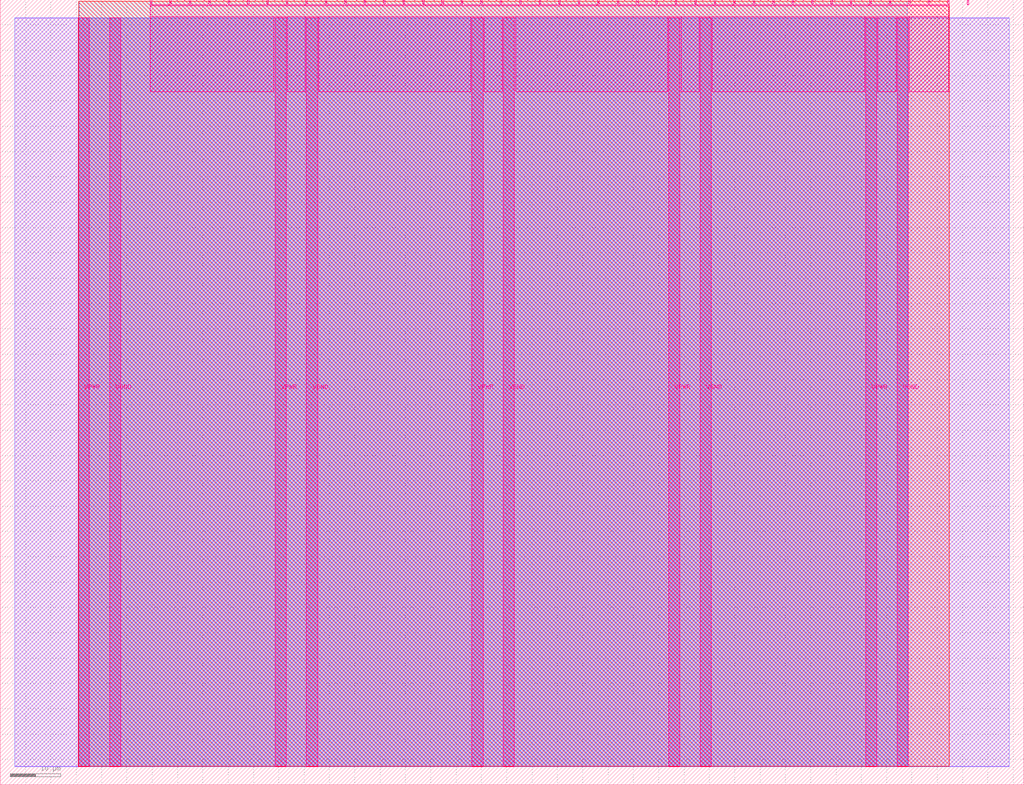
<source format=lef>
VERSION 5.7 ;
  NOWIREEXTENSIONATPIN ON ;
  DIVIDERCHAR "/" ;
  BUSBITCHARS "[]" ;
MACRO tt_um_wokwi_411783629732984833
  CLASS BLOCK ;
  FOREIGN tt_um_wokwi_411783629732984833 ;
  ORIGIN 0.000 0.000 ;
  SIZE 202.080 BY 154.980 ;
  PIN VGND
    DIRECTION INOUT ;
    USE GROUND ;
    PORT
      LAYER Metal5 ;
        RECT 21.580 3.560 23.780 151.420 ;
    END
    PORT
      LAYER Metal5 ;
        RECT 60.450 3.560 62.650 151.420 ;
    END
    PORT
      LAYER Metal5 ;
        RECT 99.320 3.560 101.520 151.420 ;
    END
    PORT
      LAYER Metal5 ;
        RECT 138.190 3.560 140.390 151.420 ;
    END
    PORT
      LAYER Metal5 ;
        RECT 177.060 3.560 179.260 151.420 ;
    END
  END VGND
  PIN VPWR
    DIRECTION INOUT ;
    USE POWER ;
    PORT
      LAYER Metal5 ;
        RECT 15.380 3.560 17.580 151.420 ;
    END
    PORT
      LAYER Metal5 ;
        RECT 54.250 3.560 56.450 151.420 ;
    END
    PORT
      LAYER Metal5 ;
        RECT 93.120 3.560 95.320 151.420 ;
    END
    PORT
      LAYER Metal5 ;
        RECT 131.990 3.560 134.190 151.420 ;
    END
    PORT
      LAYER Metal5 ;
        RECT 170.860 3.560 173.060 151.420 ;
    END
  END VPWR
  PIN clk
    DIRECTION INPUT ;
    USE SIGNAL ;
    ANTENNAGATEAREA 0.226200 ;
    PORT
      LAYER Metal5 ;
        RECT 187.050 153.980 187.350 154.980 ;
    END
  END clk
  PIN ena
    DIRECTION INPUT ;
    USE SIGNAL ;
    PORT
      LAYER Metal5 ;
        RECT 190.890 153.980 191.190 154.980 ;
    END
  END ena
  PIN rst_n
    DIRECTION INPUT ;
    USE SIGNAL ;
    PORT
      LAYER Metal5 ;
        RECT 183.210 153.980 183.510 154.980 ;
    END
  END rst_n
  PIN ui_in[0]
    DIRECTION INPUT ;
    USE SIGNAL ;
    PORT
      LAYER Metal5 ;
        RECT 179.370 153.980 179.670 154.980 ;
    END
  END ui_in[0]
  PIN ui_in[1]
    DIRECTION INPUT ;
    USE SIGNAL ;
    PORT
      LAYER Metal5 ;
        RECT 175.530 153.980 175.830 154.980 ;
    END
  END ui_in[1]
  PIN ui_in[2]
    DIRECTION INPUT ;
    USE SIGNAL ;
    PORT
      LAYER Metal5 ;
        RECT 171.690 153.980 171.990 154.980 ;
    END
  END ui_in[2]
  PIN ui_in[3]
    DIRECTION INPUT ;
    USE SIGNAL ;
    PORT
      LAYER Metal5 ;
        RECT 167.850 153.980 168.150 154.980 ;
    END
  END ui_in[3]
  PIN ui_in[4]
    DIRECTION INPUT ;
    USE SIGNAL ;
    PORT
      LAYER Metal5 ;
        RECT 164.010 153.980 164.310 154.980 ;
    END
  END ui_in[4]
  PIN ui_in[5]
    DIRECTION INPUT ;
    USE SIGNAL ;
    PORT
      LAYER Metal5 ;
        RECT 160.170 153.980 160.470 154.980 ;
    END
  END ui_in[5]
  PIN ui_in[6]
    DIRECTION INPUT ;
    USE SIGNAL ;
    PORT
      LAYER Metal5 ;
        RECT 156.330 153.980 156.630 154.980 ;
    END
  END ui_in[6]
  PIN ui_in[7]
    DIRECTION INPUT ;
    USE SIGNAL ;
    PORT
      LAYER Metal5 ;
        RECT 152.490 153.980 152.790 154.980 ;
    END
  END ui_in[7]
  PIN uio_in[0]
    DIRECTION INPUT ;
    USE SIGNAL ;
    ANTENNAGATEAREA 0.180700 ;
    PORT
      LAYER Metal5 ;
        RECT 148.650 153.980 148.950 154.980 ;
    END
  END uio_in[0]
  PIN uio_in[1]
    DIRECTION INPUT ;
    USE SIGNAL ;
    ANTENNAGATEAREA 0.180700 ;
    PORT
      LAYER Metal5 ;
        RECT 144.810 153.980 145.110 154.980 ;
    END
  END uio_in[1]
  PIN uio_in[2]
    DIRECTION INPUT ;
    USE SIGNAL ;
    ANTENNAGATEAREA 0.180700 ;
    PORT
      LAYER Metal5 ;
        RECT 140.970 153.980 141.270 154.980 ;
    END
  END uio_in[2]
  PIN uio_in[3]
    DIRECTION INPUT ;
    USE SIGNAL ;
    ANTENNAGATEAREA 0.180700 ;
    PORT
      LAYER Metal5 ;
        RECT 137.130 153.980 137.430 154.980 ;
    END
  END uio_in[3]
  PIN uio_in[4]
    DIRECTION INPUT ;
    USE SIGNAL ;
    ANTENNAGATEAREA 0.722800 ;
    PORT
      LAYER Metal5 ;
        RECT 133.290 153.980 133.590 154.980 ;
    END
  END uio_in[4]
  PIN uio_in[5]
    DIRECTION INPUT ;
    USE SIGNAL ;
    PORT
      LAYER Metal5 ;
        RECT 129.450 153.980 129.750 154.980 ;
    END
  END uio_in[5]
  PIN uio_in[6]
    DIRECTION INPUT ;
    USE SIGNAL ;
    PORT
      LAYER Metal5 ;
        RECT 125.610 153.980 125.910 154.980 ;
    END
  END uio_in[6]
  PIN uio_in[7]
    DIRECTION INPUT ;
    USE SIGNAL ;
    PORT
      LAYER Metal5 ;
        RECT 121.770 153.980 122.070 154.980 ;
    END
  END uio_in[7]
  PIN uio_oe[0]
    DIRECTION OUTPUT ;
    USE SIGNAL ;
    ANTENNADIFFAREA 0.299200 ;
    PORT
      LAYER Metal5 ;
        RECT 56.490 153.980 56.790 154.980 ;
    END
  END uio_oe[0]
  PIN uio_oe[1]
    DIRECTION OUTPUT ;
    USE SIGNAL ;
    ANTENNADIFFAREA 0.299200 ;
    PORT
      LAYER Metal5 ;
        RECT 52.650 153.980 52.950 154.980 ;
    END
  END uio_oe[1]
  PIN uio_oe[2]
    DIRECTION OUTPUT ;
    USE SIGNAL ;
    ANTENNADIFFAREA 0.299200 ;
    PORT
      LAYER Metal5 ;
        RECT 48.810 153.980 49.110 154.980 ;
    END
  END uio_oe[2]
  PIN uio_oe[3]
    DIRECTION OUTPUT ;
    USE SIGNAL ;
    ANTENNADIFFAREA 0.299200 ;
    PORT
      LAYER Metal5 ;
        RECT 44.970 153.980 45.270 154.980 ;
    END
  END uio_oe[3]
  PIN uio_oe[4]
    DIRECTION OUTPUT ;
    USE SIGNAL ;
    ANTENNADIFFAREA 0.392700 ;
    PORT
      LAYER Metal5 ;
        RECT 41.130 153.980 41.430 154.980 ;
    END
  END uio_oe[4]
  PIN uio_oe[5]
    DIRECTION OUTPUT ;
    USE SIGNAL ;
    ANTENNADIFFAREA 0.392700 ;
    PORT
      LAYER Metal5 ;
        RECT 37.290 153.980 37.590 154.980 ;
    END
  END uio_oe[5]
  PIN uio_oe[6]
    DIRECTION OUTPUT ;
    USE SIGNAL ;
    ANTENNADIFFAREA 0.392700 ;
    PORT
      LAYER Metal5 ;
        RECT 33.450 153.980 33.750 154.980 ;
    END
  END uio_oe[6]
  PIN uio_oe[7]
    DIRECTION OUTPUT ;
    USE SIGNAL ;
    ANTENNADIFFAREA 0.392700 ;
    PORT
      LAYER Metal5 ;
        RECT 29.610 153.980 29.910 154.980 ;
    END
  END uio_oe[7]
  PIN uio_out[0]
    DIRECTION OUTPUT ;
    USE SIGNAL ;
    ANTENNADIFFAREA 0.654800 ;
    PORT
      LAYER Metal5 ;
        RECT 87.210 153.980 87.510 154.980 ;
    END
  END uio_out[0]
  PIN uio_out[1]
    DIRECTION OUTPUT ;
    USE SIGNAL ;
    ANTENNADIFFAREA 0.654800 ;
    PORT
      LAYER Metal5 ;
        RECT 83.370 153.980 83.670 154.980 ;
    END
  END uio_out[1]
  PIN uio_out[2]
    DIRECTION OUTPUT ;
    USE SIGNAL ;
    ANTENNADIFFAREA 0.654800 ;
    PORT
      LAYER Metal5 ;
        RECT 79.530 153.980 79.830 154.980 ;
    END
  END uio_out[2]
  PIN uio_out[3]
    DIRECTION OUTPUT ;
    USE SIGNAL ;
    ANTENNADIFFAREA 0.654800 ;
    PORT
      LAYER Metal5 ;
        RECT 75.690 153.980 75.990 154.980 ;
    END
  END uio_out[3]
  PIN uio_out[4]
    DIRECTION OUTPUT ;
    USE SIGNAL ;
    ANTENNADIFFAREA 0.654800 ;
    PORT
      LAYER Metal5 ;
        RECT 71.850 153.980 72.150 154.980 ;
    END
  END uio_out[4]
  PIN uio_out[5]
    DIRECTION OUTPUT ;
    USE SIGNAL ;
    ANTENNADIFFAREA 0.654800 ;
    PORT
      LAYER Metal5 ;
        RECT 68.010 153.980 68.310 154.980 ;
    END
  END uio_out[5]
  PIN uio_out[6]
    DIRECTION OUTPUT ;
    USE SIGNAL ;
    ANTENNADIFFAREA 0.654800 ;
    PORT
      LAYER Metal5 ;
        RECT 64.170 153.980 64.470 154.980 ;
    END
  END uio_out[6]
  PIN uio_out[7]
    DIRECTION OUTPUT ;
    USE SIGNAL ;
    ANTENNADIFFAREA 0.654800 ;
    PORT
      LAYER Metal5 ;
        RECT 60.330 153.980 60.630 154.980 ;
    END
  END uio_out[7]
  PIN uo_out[0]
    DIRECTION OUTPUT ;
    USE SIGNAL ;
    ANTENNADIFFAREA 0.654800 ;
    PORT
      LAYER Metal5 ;
        RECT 117.930 153.980 118.230 154.980 ;
    END
  END uo_out[0]
  PIN uo_out[1]
    DIRECTION OUTPUT ;
    USE SIGNAL ;
    ANTENNADIFFAREA 0.654800 ;
    PORT
      LAYER Metal5 ;
        RECT 114.090 153.980 114.390 154.980 ;
    END
  END uo_out[1]
  PIN uo_out[2]
    DIRECTION OUTPUT ;
    USE SIGNAL ;
    ANTENNADIFFAREA 0.654800 ;
    PORT
      LAYER Metal5 ;
        RECT 110.250 153.980 110.550 154.980 ;
    END
  END uo_out[2]
  PIN uo_out[3]
    DIRECTION OUTPUT ;
    USE SIGNAL ;
    ANTENNADIFFAREA 0.654800 ;
    PORT
      LAYER Metal5 ;
        RECT 106.410 153.980 106.710 154.980 ;
    END
  END uo_out[3]
  PIN uo_out[4]
    DIRECTION OUTPUT ;
    USE SIGNAL ;
    ANTENNADIFFAREA 0.654800 ;
    PORT
      LAYER Metal5 ;
        RECT 102.570 153.980 102.870 154.980 ;
    END
  END uo_out[4]
  PIN uo_out[5]
    DIRECTION OUTPUT ;
    USE SIGNAL ;
    ANTENNADIFFAREA 0.654800 ;
    PORT
      LAYER Metal5 ;
        RECT 98.730 153.980 99.030 154.980 ;
    END
  END uo_out[5]
  PIN uo_out[6]
    DIRECTION OUTPUT ;
    USE SIGNAL ;
    ANTENNADIFFAREA 0.654800 ;
    PORT
      LAYER Metal5 ;
        RECT 94.890 153.980 95.190 154.980 ;
    END
  END uo_out[6]
  PIN uo_out[7]
    DIRECTION OUTPUT ;
    USE SIGNAL ;
    ANTENNADIFFAREA 0.654800 ;
    PORT
      LAYER Metal5 ;
        RECT 91.050 153.980 91.350 154.980 ;
    END
  END uo_out[7]
  OBS
      LAYER GatPoly ;
        RECT 2.880 3.630 199.200 151.350 ;
      LAYER Metal1 ;
        RECT 2.880 3.560 199.200 151.420 ;
      LAYER Metal2 ;
        RECT 15.515 3.680 179.125 151.300 ;
      LAYER Metal3 ;
        RECT 15.560 3.635 179.080 154.705 ;
      LAYER Metal4 ;
        RECT 15.515 3.680 187.345 154.660 ;
      LAYER Metal5 ;
        RECT 30.120 153.770 33.240 153.980 ;
        RECT 33.960 153.770 37.080 153.980 ;
        RECT 37.800 153.770 40.920 153.980 ;
        RECT 41.640 153.770 44.760 153.980 ;
        RECT 45.480 153.770 48.600 153.980 ;
        RECT 49.320 153.770 52.440 153.980 ;
        RECT 53.160 153.770 56.280 153.980 ;
        RECT 57.000 153.770 60.120 153.980 ;
        RECT 60.840 153.770 63.960 153.980 ;
        RECT 64.680 153.770 67.800 153.980 ;
        RECT 68.520 153.770 71.640 153.980 ;
        RECT 72.360 153.770 75.480 153.980 ;
        RECT 76.200 153.770 79.320 153.980 ;
        RECT 80.040 153.770 83.160 153.980 ;
        RECT 83.880 153.770 87.000 153.980 ;
        RECT 87.720 153.770 90.840 153.980 ;
        RECT 91.560 153.770 94.680 153.980 ;
        RECT 95.400 153.770 98.520 153.980 ;
        RECT 99.240 153.770 102.360 153.980 ;
        RECT 103.080 153.770 106.200 153.980 ;
        RECT 106.920 153.770 110.040 153.980 ;
        RECT 110.760 153.770 113.880 153.980 ;
        RECT 114.600 153.770 117.720 153.980 ;
        RECT 118.440 153.770 121.560 153.980 ;
        RECT 122.280 153.770 125.400 153.980 ;
        RECT 126.120 153.770 129.240 153.980 ;
        RECT 129.960 153.770 133.080 153.980 ;
        RECT 133.800 153.770 136.920 153.980 ;
        RECT 137.640 153.770 140.760 153.980 ;
        RECT 141.480 153.770 144.600 153.980 ;
        RECT 145.320 153.770 148.440 153.980 ;
        RECT 149.160 153.770 152.280 153.980 ;
        RECT 153.000 153.770 156.120 153.980 ;
        RECT 156.840 153.770 159.960 153.980 ;
        RECT 160.680 153.770 163.800 153.980 ;
        RECT 164.520 153.770 167.640 153.980 ;
        RECT 168.360 153.770 171.480 153.980 ;
        RECT 172.200 153.770 175.320 153.980 ;
        RECT 176.040 153.770 179.160 153.980 ;
        RECT 179.880 153.770 183.000 153.980 ;
        RECT 183.720 153.770 186.840 153.980 ;
        RECT 29.660 151.630 187.300 153.770 ;
        RECT 29.660 136.775 54.040 151.630 ;
        RECT 56.660 136.775 60.240 151.630 ;
        RECT 62.860 136.775 92.910 151.630 ;
        RECT 95.530 136.775 99.110 151.630 ;
        RECT 101.730 136.775 131.780 151.630 ;
        RECT 134.400 136.775 137.980 151.630 ;
        RECT 140.600 136.775 170.650 151.630 ;
        RECT 173.270 136.775 176.850 151.630 ;
        RECT 179.470 136.775 187.300 151.630 ;
  END
END tt_um_wokwi_411783629732984833
END LIBRARY


</source>
